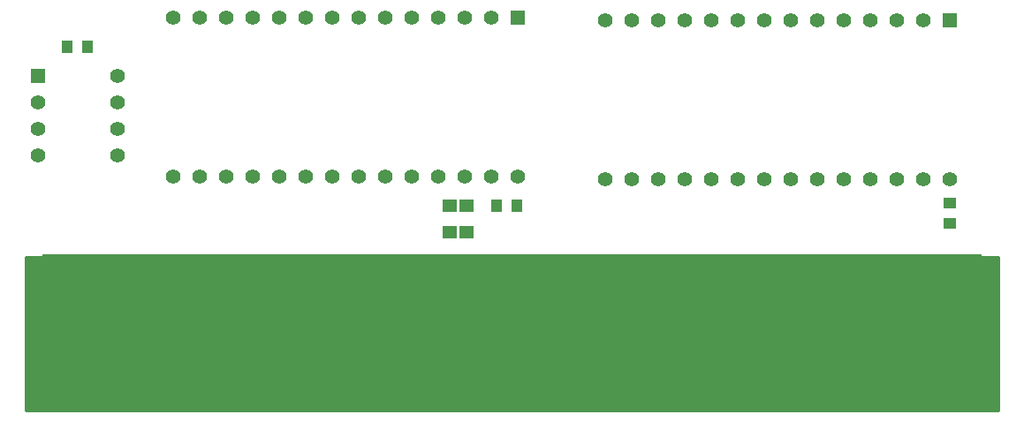
<source format=gbr>
G04 #@! TF.GenerationSoftware,KiCad,Pcbnew,(2016-12-22 revision d365dc590)-master*
G04 #@! TF.CreationDate,2016-12-28T11:12:27+01:00*
G04 #@! TF.ProjectId,mojo-nes,6D6F6A6F2D6E65732E6B696361645F70,rev?*
G04 #@! TF.FileFunction,Soldermask,Top*
G04 #@! TF.FilePolarity,Negative*
%FSLAX46Y46*%
G04 Gerber Fmt 4.6, Leading zero omitted, Abs format (unit mm)*
G04 Created by KiCad (PCBNEW (2016-12-22 revision d365dc590)-master) date Wed Dec 28 11:12:27 2016*
%MOMM*%
%LPD*%
G01*
G04 APERTURE LIST*
%ADD10C,0.100000*%
%ADD11R,1.000000X1.250000*%
%ADD12R,1.250000X1.000000*%
%ADD13R,1.397000X1.397000*%
%ADD14C,1.397000*%
%ADD15R,2.600000X14.600000*%
%ADD16R,1.380000X1.250000*%
%ADD17C,0.254000*%
G04 APERTURE END LIST*
D10*
D11*
X142732000Y-112522000D03*
X140732000Y-112522000D03*
X101584000Y-97282000D03*
X99584000Y-97282000D03*
D12*
X184150000Y-112284000D03*
X184150000Y-114284000D03*
D13*
X184150000Y-94742000D03*
D14*
X181610000Y-94742000D03*
X179070000Y-94742000D03*
X176530000Y-94742000D03*
X173990000Y-94742000D03*
X171450000Y-94742000D03*
X168910000Y-94742000D03*
X166370000Y-94742000D03*
X163830000Y-94742000D03*
X161290000Y-94742000D03*
X158750000Y-94742000D03*
X156210000Y-94742000D03*
X153670000Y-94742000D03*
X151130000Y-94742000D03*
X151130000Y-109982000D03*
X153670000Y-109982000D03*
X156210000Y-109982000D03*
X158750000Y-109982000D03*
X161290000Y-109982000D03*
X163830000Y-109982000D03*
X166370000Y-109982000D03*
X168910000Y-109982000D03*
X171450000Y-109982000D03*
X173990000Y-109982000D03*
X176530000Y-109982000D03*
X179070000Y-109982000D03*
X181610000Y-109982000D03*
X184150000Y-109982000D03*
D13*
X142748000Y-94488000D03*
D14*
X140208000Y-94488000D03*
X137668000Y-94488000D03*
X135128000Y-94488000D03*
X132588000Y-94488000D03*
X130048000Y-94488000D03*
X127508000Y-94488000D03*
X124968000Y-94488000D03*
X122428000Y-94488000D03*
X119888000Y-94488000D03*
X117348000Y-94488000D03*
X114808000Y-94488000D03*
X112268000Y-94488000D03*
X109728000Y-94488000D03*
X109728000Y-109728000D03*
X112268000Y-109728000D03*
X114808000Y-109728000D03*
X117348000Y-109728000D03*
X119888000Y-109728000D03*
X122428000Y-109728000D03*
X124968000Y-109728000D03*
X127508000Y-109728000D03*
X130048000Y-109728000D03*
X132588000Y-109728000D03*
X135128000Y-109728000D03*
X137668000Y-109728000D03*
X140208000Y-109728000D03*
X142748000Y-109728000D03*
D13*
X96774000Y-100076000D03*
D14*
X96774000Y-102616000D03*
X96774000Y-105156000D03*
X96774000Y-107696000D03*
X104394000Y-107696000D03*
X104394000Y-105156000D03*
X104394000Y-102616000D03*
X104394000Y-100076000D03*
D15*
X185990000Y-124460000D03*
X183490000Y-124460000D03*
X180990000Y-124460000D03*
X178490000Y-124460000D03*
X175990000Y-124460000D03*
X173490000Y-124460000D03*
X170990000Y-124460000D03*
X168490000Y-124460000D03*
X165990000Y-124460000D03*
X163490000Y-124460000D03*
X160990000Y-124460000D03*
X158490000Y-124460000D03*
X155990000Y-124460000D03*
X153490000Y-124460000D03*
X150990000Y-124460000D03*
X148490000Y-124460000D03*
X145990000Y-124460000D03*
X143490000Y-124460000D03*
X140990000Y-124460000D03*
X138490000Y-124460000D03*
X135990000Y-124460000D03*
X133490000Y-124460000D03*
X130990000Y-124460000D03*
X128490000Y-124460000D03*
X125990000Y-124460000D03*
X123490000Y-124460000D03*
X120990000Y-124460000D03*
X118490000Y-124460000D03*
X115990000Y-124460000D03*
X113490000Y-124460000D03*
X110990000Y-124460000D03*
X108490000Y-124460000D03*
X105990000Y-124460000D03*
X103490000Y-124460000D03*
X100990000Y-124460000D03*
X98490000Y-124460000D03*
D16*
X136248400Y-112522000D03*
X137868400Y-112522000D03*
X136248400Y-115062000D03*
X137868400Y-115062000D03*
D17*
G36*
X188849000Y-132207000D02*
X95631000Y-132207000D01*
X95631000Y-117475000D01*
X188849000Y-117475000D01*
X188849000Y-132207000D01*
X188849000Y-132207000D01*
G37*
X188849000Y-132207000D02*
X95631000Y-132207000D01*
X95631000Y-117475000D01*
X188849000Y-117475000D01*
X188849000Y-132207000D01*
M02*

</source>
